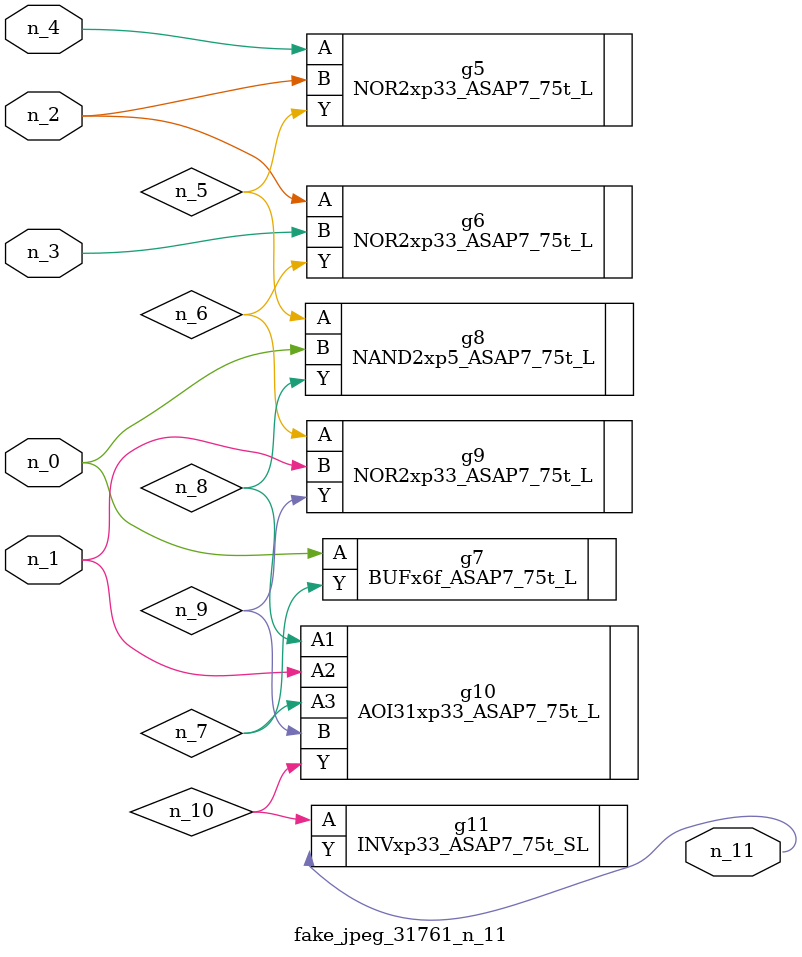
<source format=v>
module fake_jpeg_31761_n_11 (n_3, n_2, n_1, n_0, n_4, n_11);

input n_3;
input n_2;
input n_1;
input n_0;
input n_4;

output n_11;

wire n_10;
wire n_8;
wire n_9;
wire n_6;
wire n_5;
wire n_7;

NOR2xp33_ASAP7_75t_L g5 ( 
.A(n_4),
.B(n_2),
.Y(n_5)
);

NOR2xp33_ASAP7_75t_L g6 ( 
.A(n_2),
.B(n_3),
.Y(n_6)
);

BUFx6f_ASAP7_75t_L g7 ( 
.A(n_0),
.Y(n_7)
);

NAND2xp5_ASAP7_75t_L g8 ( 
.A(n_5),
.B(n_0),
.Y(n_8)
);

NOR2xp33_ASAP7_75t_L g9 ( 
.A(n_6),
.B(n_1),
.Y(n_9)
);

AOI31xp33_ASAP7_75t_L g10 ( 
.A1(n_8),
.A2(n_1),
.A3(n_7),
.B(n_9),
.Y(n_10)
);

INVxp33_ASAP7_75t_SL g11 ( 
.A(n_10),
.Y(n_11)
);


endmodule
</source>
